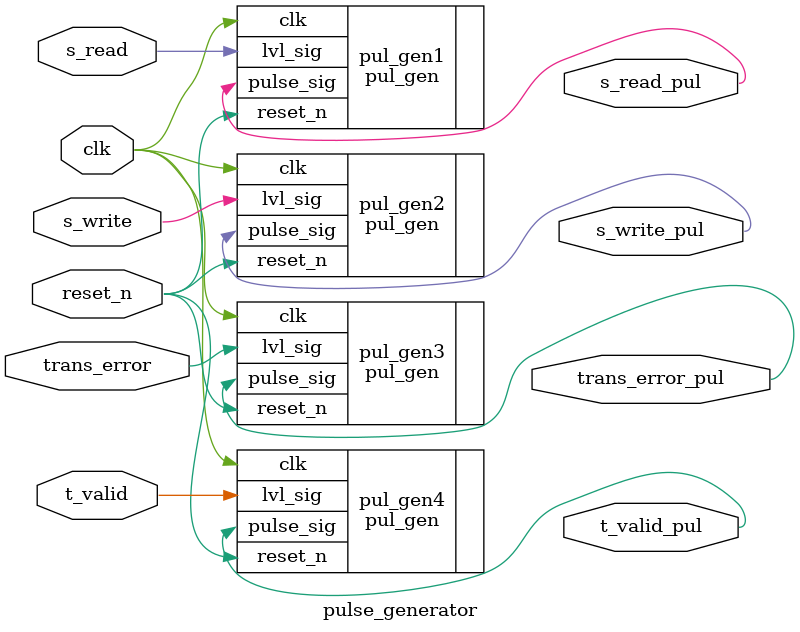
<source format=v>

module pulse_generator 
(
input  wire        clk, reset_n,
input  wire        s_read,
input  wire        s_write,
input  wire        trans_error,
input  wire        t_valid,
output wire        s_read_pul,
output wire        s_write_pul,
output wire        trans_error_pul,
output wire        t_valid_pul
);

pul_gen pul_gen1
(
.clk(clk), 
.reset_n(reset_n),
.lvl_sig(s_read),
.pulse_sig(s_read_pul)
);

pul_gen pul_gen2
(
.clk(clk), 
.reset_n(reset_n),
.lvl_sig(s_write),
.pulse_sig(s_write_pul)
);

pul_gen pul_gen3
(
.clk(clk), 
.reset_n(reset_n),
.lvl_sig(trans_error),
.pulse_sig(trans_error_pul)
);

pul_gen pul_gen4
(
.clk(clk), 
.reset_n(reset_n),
.lvl_sig(t_valid),
.pulse_sig(t_valid_pul)
);
		
endmodule					 
</source>
